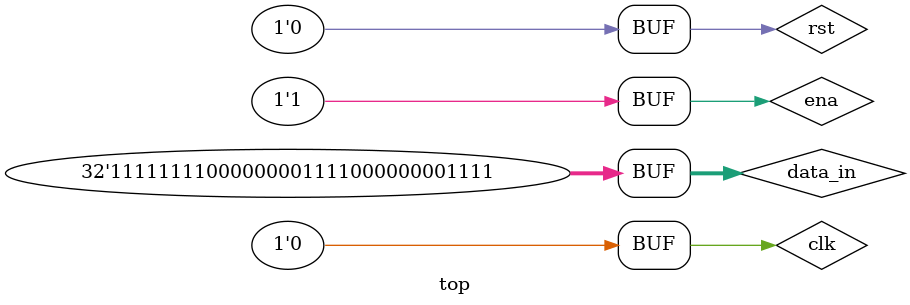
<source format=v>
`timescale 1ns / 1ps


module pcreg(
    input clk,
    input rst,
    input ena,
    input [31:0] data_in,
    output reg [31:0] data_out
    );

    always @ (posedge clk or posedge rst) begin
        if (rst)
            data_out <= 0;
        else if (ena)
            data_out <= data_in;
    end
endmodule

module top();
    reg clk;
    reg rst;
    reg ena;
    reg [31:0] data_in;
    wire [31:0] data_out;

    // Instantiate the pcreg module within the top module
    pcreg pcreg_inst (
        .clk(clk),
        .rst(rst),
        .ena(ena),
        .data_in(data_in),
        .data_out(data_out)
    );

    // Initialize signals and simulate clock pulse
    initial begin
        data_in = 32'b11111111_00000000_11110000_00001111;
        rst = 0;
        ena = 1;
        clk = 1;
        
        #5 clk = ~clk; // Generate clock pulse
        #5 clk = ~clk;
        
        data_in = 32'b11111111_11111111_11111111_11111111;
        #5 clk = ~clk;
        #5 clk = ~clk;
        
        rst = 1;
        #5 clk = ~clk;
        rst = 0;
        ena = 0;
        
        data_in = 32'b11111111_00000000_11110000_00001111;
        #5 clk = ~clk;
        ena = 1;
        #5 clk = ~clk;
    end
endmodule



//module pcreg(
//    input clk,
//    input rst,
//    input ena,
    
//    input[31:0] data_in,
//    output reg[31:0] data_out
//    );
    
//    always@ (posedge clk or posedge rst)
//    begin
//        if(rst)
//            data_out <= 0;
//        else if(ena)
//            data_out <= data_in; 
//    end
    
//endmodule

</source>
